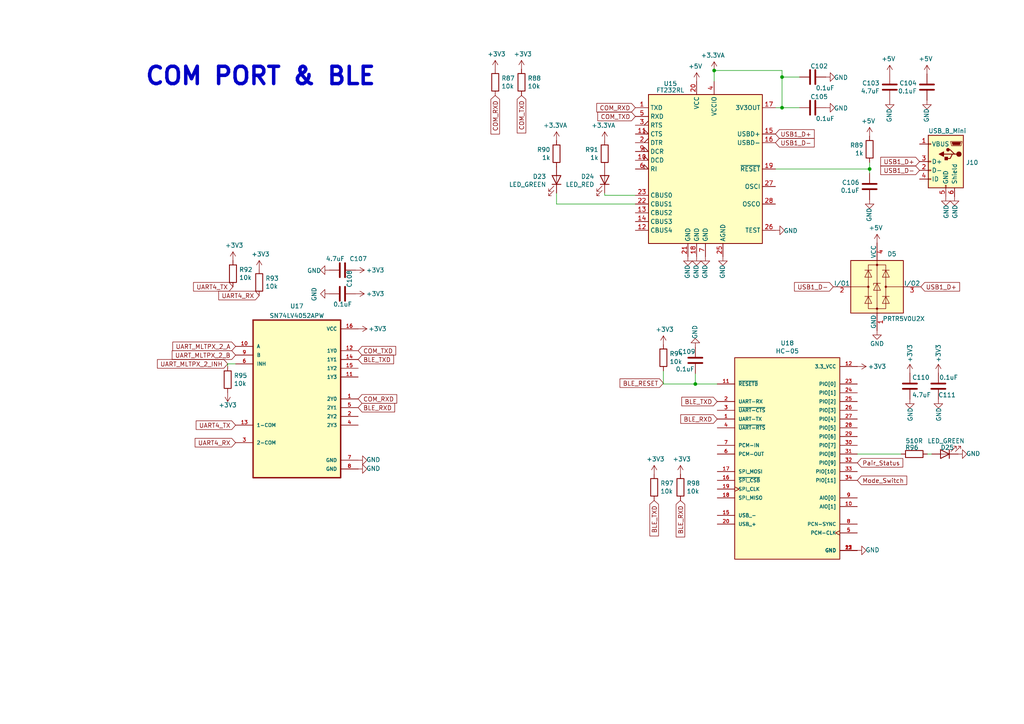
<source format=kicad_sch>
(kicad_sch (version 20211123) (generator eeschema)
  (paper "A4")
  (lib_symbols
    (symbol "Connector:USB_B_Mini" (pin_names (offset 1.016))
      (property "Reference" "J" (at -5.08 11.43 0))
      (property "Value" "USB_B_Mini" (at -5.08 8.89 0))
      (symbol "USB_B_Mini_0_1"
        (rectangle (start -5.08 -7.62) (end 5.08 7.62) (stroke (width 0.254)) (fill (type background)))
        (circle (center -3.81 2.159) (radius 0.635) (stroke (width 0.254)) (fill (type outline)))
        (circle (center -0.635 3.429) (radius 0.381) (stroke (width 0.254)) (fill (type outline)))
        (rectangle (start -0.127 -7.62) (end 0.127 -6.858))
        (polyline (pts (xy -1.905 2.159) (xy 0.635 2.159)) (stroke (width 0.254)))
        (polyline (pts (xy -3.175 2.159) (xy -2.54 2.159) (xy -1.27 3.429) (xy -0.635 3.429)) (stroke (width 0.254)))
        (polyline (pts (xy -2.54 2.159) (xy -1.905 2.159) (xy -1.27 0.889) (xy 0 0.889)) (stroke (width 0.254)))
        (polyline (pts (xy 0.635 2.794) (xy 0.635 1.524) (xy 1.905 2.159) (xy 0.635 2.794)) (stroke (width 0.254)) (fill (type outline)))
        (polyline (pts (xy -4.318 5.588) (xy -1.778 5.588) (xy -2.032 4.826) (xy -4.064 4.826) (xy -4.318 5.588)) (fill (type outline)))
        (polyline (pts (xy -4.699 5.842) (xy -4.699 5.588) (xy -4.445 4.826) (xy -4.445 4.572) (xy -1.651 4.572) (xy -1.651 4.826) (xy -1.397 5.588) (xy -1.397 5.842) (xy -4.699 5.842)))
        (rectangle (start 0.254 1.27) (end -0.508 0.508) (stroke (width 0.254)) (fill (type outline)))
        (rectangle (start 5.08 -5.207) (end 4.318 -4.953))
        (rectangle (start 5.08 -2.667) (end 4.318 -2.413))
        (rectangle (start 5.08 -0.127) (end 4.318 0.127))
        (rectangle (start 5.08 4.953) (end 4.318 5.207))
      )
      (symbol "USB_B_Mini_1_1"
        (pin power_out line (at 7.62 5.08 180) (length 2.54) (name "VBUS") (number "1"))
        (pin bidirectional line (at 7.62 -2.54 180) (length 2.54) (name "D-") (number "2"))
        (pin bidirectional line (at 7.62 0 180) (length 2.54) (name "D+") (number "3"))
        (pin passive line (at 7.62 -5.08 180) (length 2.54) (name "ID") (number "4"))
        (pin power_out line (at 0 -10.16 90) (length 2.54) (name "GND") (number "5"))
        (pin passive line (at -2.54 -10.16 90) (length 2.54) (name "Shield") (number "6"))
      )
    )
    (symbol "Device:C" (pin_numbers hide) (pin_names (offset 0.254))
      (property "Reference" "C" (at 0.635 2.54 0))
      (property "Value" "C" (at 0.635 -2.54 0))
      (symbol "C_0_1"
        (polyline (pts (xy -2.032 -0.762) (xy 2.032 -0.762)) (stroke (width 0.508)))
        (polyline (pts (xy -2.032 0.762) (xy 2.032 0.762)) (stroke (width 0.508)))
      )
      (symbol "C_1_1"
        (pin passive line (at 0 3.81 270) (length 2.794) (name "~") (number "1"))
        (pin passive line (at 0 -3.81 90) (length 2.794) (name "~") (number "2"))
      )
    )
    (symbol "Device:LED" (pin_numbers hide) (pin_names (offset 1.016) hide)
      (property "Reference" "D" (at 0 2.54 0))
      (property "Value" "LED" (at 0 -2.54 0))
      (symbol "LED_0_1"
        (polyline (pts (xy -1.27 -1.27) (xy -1.27 1.27)) (stroke (width 0.254)))
        (polyline (pts (xy -1.27 0) (xy 1.27 0)))
        (polyline (pts (xy 1.27 -1.27) (xy 1.27 1.27) (xy -1.27 0) (xy 1.27 -1.27)) (stroke (width 0.254)))
        (polyline (pts (xy -3.048 -0.762) (xy -4.572 -2.286) (xy -3.81 -2.286) (xy -4.572 -2.286) (xy -4.572 -1.524)))
        (polyline (pts (xy -1.778 -0.762) (xy -3.302 -2.286) (xy -2.54 -2.286) (xy -3.302 -2.286) (xy -3.302 -1.524)))
      )
      (symbol "LED_1_1"
        (pin passive line (at -3.81 0 0) (length 2.54) (name "K") (number "1"))
        (pin passive line (at 3.81 0 180) (length 2.54) (name "A") (number "2"))
      )
    )
    (symbol "Device:R" (pin_numbers hide) (pin_names (offset 0))
      (property "Reference" "R" (at 2.032 0 90))
      (property "Value" "R" (at 0 0 90))
      (symbol "R_0_1"
        (rectangle (start -1.016 -2.54) (end 1.016 2.54) (stroke (width 0.254)))
      )
      (symbol "R_1_1"
        (pin passive line (at 0 3.81 270) (length 1.27) (name "~") (number "1"))
        (pin passive line (at 0 -3.81 90) (length 1.27) (name "~") (number "2"))
      )
    )
    (symbol "Interface_USB:FT232RL"
      (property "Reference" "U" (at -16.51 22.86 0))
      (property "Value" "FT232RL" (at 10.16 22.86 0))
      (symbol "FT232RL_0_1"
        (rectangle (start -16.51 21.59) (end 16.51 -21.59) (stroke (width 0.254)) (fill (type background)))
      )
      (symbol "FT232RL_1_1"
        (pin output line (at 20.32 17.78 180) (length 3.81) (name "TXD") (number "1"))
        (pin input input_low (at 20.32 2.54 180) (length 3.81) (name "DCD") (number "10"))
        (pin input input_low (at 20.32 10.16 180) (length 3.81) (name "CTS") (number "11"))
        (pin bidirectional line (at 20.32 -17.78 180) (length 3.81) (name "CBUS4") (number "12"))
        (pin bidirectional line (at 20.32 -12.7 180) (length 3.81) (name "CBUS2") (number "13"))
        (pin bidirectional line (at 20.32 -15.24 180) (length 3.81) (name "CBUS3") (number "14"))
        (pin bidirectional line (at -20.32 10.16 0) (length 3.81) (name "USBD+") (number "15"))
        (pin bidirectional line (at -20.32 7.62 0) (length 3.81) (name "USBD-") (number "16"))
        (pin power_out line (at -20.32 17.78 0) (length 3.81) (name "3V3OUT") (number "17"))
        (pin power_in line (at 2.54 -25.4 90) (length 3.81) (name "GND") (number "18"))
        (pin input line (at -20.32 0 0) (length 3.81) (name "~{RESET}") (number "19"))
        (pin output output_low (at 20.32 7.62 180) (length 3.81) (name "DTR") (number "2"))
        (pin power_in line (at 2.54 25.4 270) (length 3.81) (name "VCC") (number "20"))
        (pin power_in line (at 5.08 -25.4 90) (length 3.81) (name "GND") (number "21"))
        (pin bidirectional line (at 20.32 -10.16 180) (length 3.81) (name "CBUS1") (number "22"))
        (pin bidirectional line (at 20.32 -7.62 180) (length 3.81) (name "CBUS0") (number "23"))
        (pin power_in line (at -5.08 -25.4 90) (length 3.81) (name "AGND") (number "25"))
        (pin input line (at -20.32 -17.78 0) (length 3.81) (name "TEST") (number "26"))
        (pin input line (at -20.32 -5.08 0) (length 3.81) (name "OSCI") (number "27"))
        (pin output line (at -20.32 -10.16 0) (length 3.81) (name "OSCO") (number "28"))
        (pin output output_low (at 20.32 12.7 180) (length 3.81) (name "RTS") (number "3"))
        (pin power_in line (at -2.54 25.4 270) (length 3.81) (name "VCCIO") (number "4"))
        (pin input line (at 20.32 15.24 180) (length 3.81) (name "RXD") (number "5"))
        (pin input input_low (at 20.32 0 180) (length 3.81) (name "RI") (number "6"))
        (pin power_in line (at 0 -25.4 90) (length 3.81) (name "GND") (number "7"))
        (pin input input_low (at 20.32 5.08 180) (length 3.81) (name "DCR") (number "9"))
      )
    )
    (symbol "Power_Protection:PRTR5V0U2X" (pin_names (offset 0))
      (property "Reference" "D" (at 2.794 8.636 0))
      (property "Value" "PRTR5V0U2X" (at 8.128 -9.398 0))
      (symbol "PRTR5V0U2X_0_1"
        (rectangle (start -7.62 -7.62) (end 7.62 7.62) (stroke (width 0.254)) (fill (type background)))
        (circle (center -2.54 0) (radius 0.254) (fill (type outline)))
        (rectangle (start -2.54 6.35) (end 2.54 -6.35))
        (circle (center 0 -6.35) (radius 0.254) (fill (type outline)))
        (polyline (pts (xy -2.54 0) (xy -7.62 0)))
        (polyline (pts (xy -1.524 -2.794) (xy -3.556 -2.794)))
        (polyline (pts (xy -1.524 4.826) (xy -3.556 4.826)))
        (polyline (pts (xy 0 -7.62) (xy 0 7.62)))
        (polyline (pts (xy 1.524 -2.794) (xy 3.556 -2.794)))
        (polyline (pts (xy 1.524 4.826) (xy 3.556 4.826)))
        (polyline (pts (xy 2.54 0) (xy 7.62 0)))
        (polyline (pts (xy 1.016 1.016) (xy -1.016 1.016) (xy -1.016 0.508)))
        (polyline (pts (xy -3.556 -4.826) (xy -1.524 -4.826) (xy -2.54 -2.794) (xy -3.556 -4.826)))
        (polyline (pts (xy -3.556 2.794) (xy -1.524 2.794) (xy -2.54 4.826) (xy -3.556 2.794)))
        (polyline (pts (xy -1.016 -1.016) (xy 1.016 -1.016) (xy 0 1.016) (xy -1.016 -1.016)))
        (polyline (pts (xy 3.556 -4.826) (xy 1.524 -4.826) (xy 2.54 -2.794) (xy 3.556 -4.826)))
        (polyline (pts (xy 3.556 2.794) (xy 1.524 2.794) (xy 2.54 4.826) (xy 3.556 2.794)))
        (circle (center 0 6.35) (radius 0.254) (fill (type outline)))
        (circle (center 2.54 0) (radius 0.254) (fill (type outline)))
      )
      (symbol "PRTR5V0U2X_1_1"
        (pin passive line (at 0 -12.7 90) (length 5.08) (name "GND") (number "1"))
        (pin passive line (at -12.7 0 0) (length 5.08) (name "I/O1") (number "2"))
        (pin passive line (at 12.7 0 180) (length 5.08) (name "I/O2") (number "3"))
        (pin passive line (at 0 12.7 270) (length 5.08) (name "VCC") (number "4"))
      )
    )
    (symbol "RF:HC-05" (pin_names (offset 1.016))
      (property "Reference" "U" (at -15.24 31.115 0))
      (property "Value" "RF_HC-05" (at -15.24 -30.48 0))
      (symbol "HC-05_0_0"
        (rectangle (start -15.24 -27.94) (end 15.24 30.48) (stroke (width 0.254)) (fill (type background)))
        (pin output line (at -20.32 12.7 0) (length 5.08) (name "UART-TX") (number "1"))
        (pin bidirectional line (at 20.32 -12.7 180) (length 5.08) (name "AIO[1]") (number "10"))
        (pin input line (at -20.32 22.86 0) (length 5.08) (name "~{RESETB}") (number "11"))
        (pin power_in line (at 20.32 27.94 180) (length 5.08) (name "3.3_VCC") (number "12"))
        (pin power_in line (at 20.32 -25.4 180) (length 5.08) (name "GND") (number "13"))
        (pin bidirectional line (at -20.32 -15.24 0) (length 5.08) (name "USB_-") (number "15"))
        (pin input line (at -20.32 -5.08 0) (length 5.08) (name "~{SPI_CSB}") (number "16"))
        (pin input line (at -20.32 -2.54 0) (length 5.08) (name "SPI_MOSI") (number "17"))
        (pin output line (at -20.32 -10.16 0) (length 5.08) (name "SPI_MISO") (number "18"))
        (pin input clock (at -20.32 -7.62 0) (length 5.08) (name "SPI_CLK") (number "19"))
        (pin input line (at -20.32 17.78 0) (length 5.08) (name "UART-RX") (number "2"))
        (pin bidirectional line (at -20.32 -17.78 0) (length 5.08) (name "USB_+") (number "20"))
        (pin power_in line (at 20.32 -25.4 180) (length 5.08) (name "GND") (number "21"))
        (pin power_in line (at 20.32 -25.4 180) (length 5.08) (name "GND") (number "22"))
        (pin bidirectional line (at 20.32 22.86 180) (length 5.08) (name "PIO[0]") (number "23"))
        (pin bidirectional line (at 20.32 20.32 180) (length 5.08) (name "PIO[1]") (number "24"))
        (pin bidirectional line (at 20.32 17.78 180) (length 5.08) (name "PIO[2]") (number "25"))
        (pin bidirectional line (at 20.32 15.24 180) (length 5.08) (name "PIO[3]") (number "26"))
        (pin bidirectional line (at 20.32 12.7 180) (length 5.08) (name "PIO[4]") (number "27"))
        (pin bidirectional line (at 20.32 10.16 180) (length 5.08) (name "PIO[5]") (number "28"))
        (pin bidirectional line (at 20.32 7.62 180) (length 5.08) (name "PIO[6]") (number "29"))
        (pin input line (at -20.32 15.24 0) (length 5.08) (name "~{UART-CTS}") (number "3"))
        (pin bidirectional line (at 20.32 5.08 180) (length 5.08) (name "PIO[7]") (number "30"))
        (pin bidirectional line (at 20.32 2.54 180) (length 5.08) (name "PIO[8]") (number "31"))
        (pin bidirectional line (at 20.32 0 180) (length 5.08) (name "PIO[9]") (number "32"))
        (pin bidirectional line (at 20.32 -2.54 180) (length 5.08) (name "PIO[10]") (number "33"))
        (pin bidirectional line (at 20.32 -5.08 180) (length 5.08) (name "PIO[11]") (number "34"))
        (pin output line (at -20.32 10.16 0) (length 5.08) (name "~{UART-RTS}") (number "4"))
        (pin bidirectional clock (at 20.32 -20.32 180) (length 5.08) (name "PCM-CLK") (number "5"))
        (pin output line (at -20.32 2.54 0) (length 5.08) (name "PCM-OUT") (number "6"))
        (pin input line (at -20.32 5.08 0) (length 5.08) (name "PCM-IN") (number "7"))
        (pin bidirectional line (at 20.32 -17.78 180) (length 5.08) (name "PCN-SYNC") (number "8"))
        (pin bidirectional line (at 20.32 -10.16 180) (length 5.08) (name "AIO[0]") (number "9"))
      )
    )
    (symbol "Symbols:SN74LV4052APW" (pin_names (offset 1.016))
      (property "Reference" "U" (at -12.7 23.8506 0))
      (property "Value" "SN74LV4052APW" (at -12.7 -26.8478 0))
      (symbol "SN74LV4052APW_0_0"
        (rectangle (start -12.7 -22.86) (end 12.7 22.86) (stroke (width 0.4064)) (fill (type background)))
        (pin output line (at 17.78 0 180) (length 5.08) (name "2Y0") (number "1"))
        (pin input line (at -17.78 15.24 0) (length 5.08) (name "A") (number "10"))
        (pin output line (at 17.78 6.35 180) (length 5.08) (name "1Y3") (number "11"))
        (pin output line (at 17.78 13.97 180) (length 5.08) (name "1Y0") (number "12"))
        (pin bidirectional line (at -17.78 -7.62 0) (length 5.08) (name "1-COM") (number "13"))
        (pin output line (at 17.78 11.43 180) (length 5.08) (name "1Y1") (number "14"))
        (pin output line (at 17.78 8.89 180) (length 5.08) (name "1Y2") (number "15"))
        (pin power_in line (at 17.78 20.32 180) (length 5.08) (name "VCC") (number "16"))
        (pin output line (at 17.78 -5.08 180) (length 5.08) (name "2Y2") (number "2"))
        (pin bidirectional line (at -17.78 -12.7 0) (length 5.08) (name "2-COM") (number "3"))
        (pin output line (at 17.78 -7.62 180) (length 5.08) (name "2Y3") (number "4"))
        (pin output line (at 17.78 -2.54 180) (length 5.08) (name "2Y1") (number "5"))
        (pin input line (at -17.78 10.16 0) (length 5.08) (name "INH") (number "6"))
        (pin power_in line (at 17.78 -17.78 180) (length 5.08) (name "GND") (number "7"))
        (pin power_in line (at 17.78 -20.32 180) (length 5.08) (name "GND") (number "8"))
        (pin input line (at -17.78 12.7 0) (length 5.08) (name "B") (number "9"))
      )
    )
    (symbol "power:+3.3V" (power) (pin_names (offset 0))
      (property "Value" "+3.3V" (at 0 3.556 0))
      (symbol "+3.3V_0_1"
        (polyline (pts (xy -0.762 1.27) (xy 0 2.54)))
        (polyline (pts (xy 0 0) (xy 0 2.54)))
        (polyline (pts (xy 0 2.54) (xy 0.762 1.27)))
      )
      (symbol "+3.3V_1_1"
        (pin power_in line (at 0 0 90) (length 0) hide (name "+3V3") (number "1"))
      )
    )
    (symbol "power:+3.3VA" (power) (pin_names (offset 0))
      (property "Value" "+3.3VA" (at 0 3.556 0))
      (symbol "+3.3VA_0_1"
        (polyline (pts (xy -0.762 1.27) (xy 0 2.54)))
        (polyline (pts (xy 0 0) (xy 0 2.54)))
        (polyline (pts (xy 0 2.54) (xy 0.762 1.27)))
      )
      (symbol "+3.3VA_1_1"
        (pin power_in line (at 0 0 90) (length 0) hide (name "+3.3VA") (number "1"))
      )
    )
    (symbol "power:+5V" (power) (pin_names (offset 0))
      (property "Value" "+5V" (at 0 3.556 0))
      (symbol "+5V_0_1"
        (polyline (pts (xy -0.762 1.27) (xy 0 2.54)))
        (polyline (pts (xy 0 0) (xy 0 2.54)))
        (polyline (pts (xy 0 2.54) (xy 0.762 1.27)))
      )
      (symbol "+5V_1_1"
        (pin power_in line (at 0 0 90) (length 0) hide (name "+5V") (number "1"))
      )
    )
    (symbol "power:GND" (power) (pin_names (offset 0))
      (property "Value" "GND" (at 0 -3.81 0))
      (symbol "GND_0_1"
        (polyline (pts (xy 0 0) (xy 0 -1.27) (xy 1.27 -1.27) (xy 0 -2.54) (xy -1.27 -1.27) (xy 0 -1.27)))
      )
      (symbol "GND_1_1"
        (pin power_in line (at 0 0 270) (length 0) hide (name "GND") (number "1"))
      )
    )
  )
  (junction (at 252.222 49.022))
  (junction (at 226.822 31.242))
  (junction (at 201.676 111.379))
  (junction (at 226.822 22.352))
  (junction (at 207.137 20.447))
  (wire (pts (xy 66.04 105.537) (xy 68.326 105.537)))
  (wire (pts (xy 184.277 56.642) (xy 175.387 56.642)))
  (wire (pts (xy 192.405 111.379) (xy 201.676 111.379)))
  (wire (pts (xy 226.822 20.447) (xy 226.822 22.352)))
  (wire (pts (xy 261.366 131.699) (xy 248.666 131.699)))
  (wire (pts (xy 201.676 108.331) (xy 201.676 111.379)))
  (wire (pts (xy 161.417 56.007) (xy 161.417 59.182)))
  (wire (pts (xy 270.256 131.699) (xy 268.986 131.699)))
  (wire (pts (xy 252.222 50.292) (xy 252.222 49.022)))
  (wire (pts (xy 224.917 49.022) (xy 252.222 49.022)))
  (wire (pts (xy 226.822 22.352) (xy 226.822 31.242)))
  (wire (pts (xy 226.822 31.242) (xy 231.902 31.242)))
  (wire (pts (xy 66.04 106.299) (xy 66.04 105.537)))
  (wire (pts (xy 207.137 23.622) (xy 207.137 20.447)))
  (wire (pts (xy 231.902 22.352) (xy 226.822 22.352)))
  (wire (pts (xy 184.277 59.182) (xy 161.417 59.182)))
  (wire (pts (xy 201.676 111.379) (xy 208.026 111.379)))
  (wire (pts (xy 207.137 20.447) (xy 226.822 20.447)))
  (wire (pts (xy 175.387 56.642) (xy 175.387 56.007)))
  (wire (pts (xy 224.917 31.242) (xy 226.822 31.242)))
  (wire (pts (xy 192.405 111.379) (xy 192.405 107.569)))
  (wire (pts (xy 252.222 49.022) (xy 252.222 47.117)))
  (text "COM PORT & BLE" (at 41.783 25.146 0) (effects (font (size 5.0038 5.0038) (thickness 1.0008) bold) (justify left bottom)))
  (global_label "COM_RXD" (shape input) (at 184.277 31.242 180) (property "Intersheet References" "${INTERSHEET_REFS}" (effects hide)))
  (global_label "UART4_TX" (shape input) (at 67.564 83.185 180) (property "Intersheet References" "${INTERSHEET_REFS}" (effects hide)))
  (global_label "BLE_RXD" (shape input) (at 208.026 121.539 180) (property "Intersheet References" "${INTERSHEET_REFS}" (effects hide)))
  (global_label "UART_MLTPX_2_INH" (shape input) (at 66.04 105.537 180) (property "Intersheet References" "${INTERSHEET_REFS}" (effects hide)))
  (global_label "BLE_TXD" (shape input) (at 103.886 104.267 0) (property "Intersheet References" "${INTERSHEET_REFS}" (effects hide)))
  (global_label "BLE_RXD" (shape input) (at 103.886 118.237 0) (property "Intersheet References" "${INTERSHEET_REFS}" (effects hide)))
  (global_label "UART_MLTPX_2_A" (shape input) (at 68.326 100.457 180) (property "Intersheet References" "${INTERSHEET_REFS}" (effects hide)))
  (global_label "BLE_RXD" (shape input) (at 197.358 145.161 270) (property "Intersheet References" "${INTERSHEET_REFS}" (effects hide)))
  (global_label "Mode_Switch" (shape input) (at 248.666 139.319 0) (property "Intersheet References" "${INTERSHEET_REFS}" (effects hide)))
  (global_label "COM_TXD" (shape input) (at 103.886 101.727 0) (property "Intersheet References" "${INTERSHEET_REFS}" (effects hide)))
  (global_label "UART4_TX" (shape input) (at 68.326 123.317 180) (property "Intersheet References" "${INTERSHEET_REFS}" (effects hide)))
  (global_label "BLE_TXD" (shape input) (at 208.026 116.459 180) (property "Intersheet References" "${INTERSHEET_REFS}" (effects hide)))
  (global_label "COM_TXD" (shape input) (at 184.277 33.782 180) (property "Intersheet References" "${INTERSHEET_REFS}" (effects hide)))
  (global_label "COM_RXD" (shape input) (at 143.637 27.686 270) (property "Intersheet References" "${INTERSHEET_REFS}" (effects hide)))
  (global_label "BLE_TXD" (shape input) (at 189.738 145.161 270) (property "Intersheet References" "${INTERSHEET_REFS}" (effects hide)))
  (global_label "COM_TXD" (shape input) (at 151.257 27.686 270) (property "Intersheet References" "${INTERSHEET_REFS}" (effects hide)))
  (global_label "Pair_Status" (shape input) (at 248.666 134.239 0) (property "Intersheet References" "${INTERSHEET_REFS}" (effects hide)))
  (global_label "USB1_D+" (shape input) (at 267.081 83.185 0) (property "Intersheet References" "${INTERSHEET_REFS}" (effects hide)))
  (global_label "UART_MLTPX_2_B" (shape input) (at 68.326 102.997 180) (property "Intersheet References" "${INTERSHEET_REFS}" (effects hide)))
  (global_label "USB1_D+" (shape input) (at 224.917 38.862 0) (property "Intersheet References" "${INTERSHEET_REFS}" (effects hide)))
  (global_label "UART4_RX" (shape input) (at 75.184 85.725 180) (property "Intersheet References" "${INTERSHEET_REFS}" (effects hide)))
  (global_label "COM_RXD" (shape input) (at 103.886 115.697 0) (property "Intersheet References" "${INTERSHEET_REFS}" (effects hide)))
  (global_label "USB1_D-" (shape input) (at 266.7 49.403 180) (property "Intersheet References" "${INTERSHEET_REFS}" (effects hide)))
  (global_label "BLE_RESET" (shape input) (at 192.405 111.125 180) (property "Intersheet References" "${INTERSHEET_REFS}" (effects hide)))
  (global_label "USB1_D-" (shape input) (at 224.917 41.402 0) (property "Intersheet References" "${INTERSHEET_REFS}" (effects hide)))
  (global_label "USB1_D+" (shape input) (at 266.7 46.863 180) (property "Intersheet References" "${INTERSHEET_REFS}" (effects hide)))
  (global_label "USB1_D-" (shape input) (at 241.681 83.185 180) (property "Intersheet References" "${INTERSHEET_REFS}" (effects hide)))
  (global_label "UART4_RX" (shape input) (at 68.326 128.397 180) (property "Intersheet References" "${INTERSHEET_REFS}" (effects hide)))
  (symbol (lib_id "Device:LED") (at 161.417 52.197 270) (mirror x) (unit 1)
    (property "Reference" "D23" (at 158.4198 51.2064 90) (effects (justify right)))
    (property "Value" "LED_GREEN" (at 158.4198 53.5178 90) (effects (justify right)))
    (property "Footprint" "LED_SMD:LED_0603_1608Metric" (effects hide))
  )
  (symbol (lib_id "Device:R") (at 67.564 79.375 0) (unit 1)
    (property "Reference" "R92" (at 69.342 78.2066 0) (effects (justify left)))
    (property "Value" "10k" (at 69.342 80.518 0) (effects (justify left)))
    (property "Footprint" "Resistor_SMD:R_0603_1608Metric" (effects hide))
  )
  (symbol (lib_id "power:GND") (at 248.666 159.639 90) (unit 1)
    (property "Reference" "#PWR0318" (effects hide))
    (property "Value" "GND" (at 253.0602 159.512 90))
  )
  (symbol (lib_id "power:+3.3V") (at 75.184 78.105 0) (unit 1)
    (property "Reference" "#PWR0298" (effects hide))
    (property "Value" "+3.3V" (at 75.565 73.7108 0))
  )
  (symbol (lib_id "Device:R") (at 66.04 110.109 180) (unit 1)
    (property "Reference" "R95" (at 67.818 108.9406 0) (effects (justify right)))
    (property "Value" "10k" (at 67.818 111.252 0) (effects (justify right)))
    (property "Footprint" "Resistor_SMD:R_0603_1608Metric" (effects hide))
  )
  (symbol (lib_id "Device:C") (at 263.906 112.014 0) (unit 1)
    (property "Reference" "C110" (at 264.541 109.474 0) (effects (justify left)))
    (property "Value" "4.7uF" (at 264.541 114.554 0) (effects (justify left)))
    (property "Footprint" "Capacitor_SMD:C_0805_2012Metric" (effects hide))
  )
  (symbol (lib_id "Device:LED") (at 274.066 131.699 180) (unit 1)
    (property "Reference" "D25" (at 272.796 129.794 0) (effects (justify right)))
    (property "Value" "LED_GREEN" (at 268.986 127.889 0) (effects (justify right)))
    (property "Footprint" "LED_SMD:LED_0603_1608Metric" (effects hide))
  )
  (symbol (lib_id "Device:R") (at 143.637 23.876 0) (unit 1)
    (property "Reference" "R87" (at 145.415 22.7076 0) (effects (justify left)))
    (property "Value" "10k" (at 145.415 25.019 0) (effects (justify left)))
    (property "Footprint" "Resistor_SMD:R_0603_1608Metric" (effects hide))
  )
  (symbol (lib_id "Device:R") (at 175.387 44.577 0) (mirror y) (unit 1)
    (property "Reference" "R91" (at 173.609 43.4086 0) (effects (justify left)))
    (property "Value" "1k" (at 173.609 45.72 0) (effects (justify left)))
    (property "Footprint" "Resistor_SMD:R_0603_1608Metric" (effects hide))
  )
  (symbol (lib_id "power:+3.3V") (at 189.738 137.541 0) (unit 1)
    (property "Reference" "#PWR0316" (effects hide))
    (property "Value" "+3.3V" (at 190.119 133.1468 0))
  )
  (symbol (lib_id "power:GND") (at 276.86 57.023 0) (unit 1)
    (property "Reference" "#PWR0290" (effects hide))
    (property "Value" "GND" (at 276.987 61.4172 90))
  )
  (symbol (lib_id "Device:C") (at 252.222 54.102 0) (mirror y) (unit 1)
    (property "Reference" "C106" (at 249.301 52.9336 0) (effects (justify left)))
    (property "Value" "0.1uF" (at 249.301 55.245 0) (effects (justify left)))
    (property "Footprint" "Capacitor_SMD:C_0603_1608Metric" (effects hide))
  )
  (symbol (lib_id "Device:C") (at 268.859 25.273 0) (mirror y) (unit 1)
    (property "Reference" "C104" (at 265.938 24.1046 0) (effects (justify left)))
    (property "Value" "0.1uF" (at 265.938 26.416 0) (effects (justify left)))
    (property "Footprint" "Capacitor_SMD:C_0603_1608Metric" (effects hide))
  )
  (symbol (lib_id "Device:C") (at 235.712 22.352 90) (mirror x) (unit 1)
    (property "Reference" "C102" (at 240.157 19.177 90) (effects (justify left)))
    (property "Value" "0.1uF" (at 242.062 25.527 90) (effects (justify left)))
    (property "Footprint" "Capacitor_SMD:C_0603_1608Metric" (effects hide))
  )
  (symbol (lib_id "power:GND") (at 254.381 95.885 0) (unit 1)
    (property "Reference" "#PWR0303" (effects hide))
    (property "Value" "GND" (at 254.381 99.695 0))
  )
  (symbol (lib_id "power:GND") (at 204.597 74.422 0) (mirror y) (unit 1)
    (property "Reference" "#PWR0295" (effects hide))
    (property "Value" "GND" (at 204.47 78.8162 90))
  )
  (symbol (lib_id "power:GND") (at 268.859 29.083 0) (mirror y) (unit 1)
    (property "Reference" "#PWR0284" (effects hide))
    (property "Value" "GND" (at 268.732 33.4772 90))
  )
  (symbol (lib_id "Connector:USB_B_Mini") (at 274.32 46.863 0) (mirror y) (unit 1)
    (property "Reference" "J10" (at 280.162 47.1424 0) (effects (justify right)))
    (property "Value" "USB_B_Mini" (at 269.24 37.973 0) (effects (justify right)))
    (property "Footprint" "Connector_USB:USB_Mini-B_Lumberg_2486_01_Horizontal" (effects hide))
  )
  (symbol (lib_id "Symbols:SN74LV4052APW") (at 86.106 115.697 0) (unit 1)
    (property "Reference" "U17" (at 86.106 88.7943 0))
    (property "Value" "SN74LV4052APW" (at 86.106 91.5694 0))
    (property "Footprint" "Package_SO:TSSOP-16_4.4x5mm_P0.65mm" (effects hide))
  )
  (symbol (lib_id "power:GND") (at 95.504 78.359 270) (unit 1)
    (property "Reference" "#PWR0299" (effects hide))
    (property "Value" "GND" (at 91.1098 78.486 90))
  )
  (symbol (lib_id "power:GND") (at 272.161 115.824 0) (unit 1)
    (property "Reference" "#PWR0312" (effects hide))
    (property "Value" "GND" (at 272.288 120.2182 90))
  )
  (symbol (lib_id "power:+5V") (at 252.222 39.497 0) (mirror y) (unit 1)
    (property "Reference" "#PWR0286" (effects hide))
    (property "Value" "+5V" (at 251.841 35.1028 0))
  )
  (symbol (lib_id "power:GND") (at 201.676 100.711 180) (unit 1)
    (property "Reference" "#PWR0306" (effects hide))
    (property "Value" "GND" (at 201.549 96.3168 90))
  )
  (symbol (lib_id "power:+3.3V") (at 192.405 99.949 0) (unit 1)
    (property "Reference" "#PWR0305" (effects hide))
    (property "Value" "+3.3V" (at 192.786 95.5548 0))
  )
  (symbol (lib_id "power:+3.3V") (at 66.04 113.919 180) (unit 1)
    (property "Reference" "#PWR0310" (effects hide))
    (property "Value" "+3.3V" (at 66.04 117.475 0))
  )
  (symbol (lib_id "power:+3.3V") (at 272.161 108.204 0) (unit 1)
    (property "Reference" "#PWR0309" (effects hide))
    (property "Value" "+3.3V" (at 272.161 102.489 90))
  )
  (symbol (lib_id "power:+3.3V") (at 151.257 20.066 0) (unit 1)
    (property "Reference" "#PWR0277" (effects hide))
    (property "Value" "+3.3V" (at 151.638 15.6718 0))
  )
  (symbol (lib_id "Device:R") (at 189.738 141.351 0) (unit 1)
    (property "Reference" "R97" (at 191.516 140.1826 0) (effects (justify left)))
    (property "Value" "10k" (at 191.516 142.494 0) (effects (justify left)))
    (property "Footprint" "Resistor_SMD:R_0603_1608Metric" (effects hide))
  )
  (symbol (lib_id "Device:R") (at 151.257 23.876 0) (unit 1)
    (property "Reference" "R88" (at 153.035 22.7076 0) (effects (justify left)))
    (property "Value" "10k" (at 153.035 25.019 0) (effects (justify left)))
    (property "Footprint" "Resistor_SMD:R_0603_1608Metric" (effects hide))
  )
  (symbol (lib_id "power:+5V") (at 254.381 70.485 0) (mirror y) (unit 1)
    (property "Reference" "#PWR07" (effects hide))
    (property "Value" "+5V" (at 254 66.0908 0))
  )
  (symbol (lib_id "power:GND") (at 258.064 29.083 0) (mirror y) (unit 1)
    (property "Reference" "#PWR0283" (effects hide))
    (property "Value" "GND" (at 257.937 33.4772 90))
  )
  (symbol (lib_id "Interface_USB:FT232RL") (at 204.597 49.022 0) (mirror y) (unit 1)
    (property "Reference" "U15" (at 194.437 24.257 0))
    (property "Value" "FT232RL" (at 194.437 26.162 0))
    (property "Footprint" "Package_SO:SSOP-28_5.3x10.2mm_P0.65mm" (effects hide))
    (property "Datasheet" "https://www.ftdichip.com/Support/Documents/DataSheets/ICs/DS_FT232R.pdf" (effects hide))
  )
  (symbol (lib_id "Device:R") (at 252.222 43.307 0) (mirror y) (unit 1)
    (property "Reference" "R89" (at 250.444 42.1386 0) (effects (justify left)))
    (property "Value" "1k" (at 250.444 44.45 0) (effects (justify left)))
    (property "Footprint" "Resistor_SMD:R_0603_1608Metric" (effects hide))
  )
  (symbol (lib_id "Device:C") (at 99.314 78.359 270) (unit 1)
    (property "Reference" "C107" (at 101.346 75.057 90) (effects (justify left)))
    (property "Value" "4.7uF" (at 94.488 75.057 90) (effects (justify left)))
    (property "Footprint" "Capacitor_SMD:C_0805_2012Metric" (effects hide))
  )
  (symbol (lib_id "power:+3.3VA") (at 161.417 40.767 0) (mirror y) (unit 1)
    (property "Reference" "#PWR0287" (effects hide))
    (property "Value" "+3.3VA" (at 161.036 36.3728 0))
  )
  (symbol (lib_id "power:+3.3VA") (at 207.137 20.447 0) (mirror y) (unit 1)
    (property "Reference" "#PWR0278" (effects hide))
    (property "Value" "+3.3VA" (at 206.756 16.0528 0))
  )
  (symbol (lib_id "Device:C") (at 235.712 31.242 90) (mirror x) (unit 1)
    (property "Reference" "C105" (at 240.157 28.067 90) (effects (justify left)))
    (property "Value" "0.1uF" (at 242.062 34.417 90) (effects (justify left)))
    (property "Footprint" "Capacitor_SMD:C_0603_1608Metric" (effects hide))
  )
  (symbol (lib_id "Device:R") (at 192.405 103.759 0) (unit 1)
    (property "Reference" "R94" (at 194.183 102.5906 0) (effects (justify left)))
    (property "Value" "10k" (at 194.183 104.902 0) (effects (justify left)))
    (property "Footprint" "Resistor_SMD:R_0603_1608Metric" (effects hide))
  )
  (symbol (lib_id "power:GND") (at 202.057 74.422 0) (mirror y) (unit 1)
    (property "Reference" "#PWR0294" (effects hide))
    (property "Value" "GND" (at 201.93 78.8162 90))
  )
  (symbol (lib_id "power:GND") (at 263.906 115.824 0) (unit 1)
    (property "Reference" "#PWR0311" (effects hide))
    (property "Value" "GND" (at 264.033 120.2182 90))
  )
  (symbol (lib_id "power:GND") (at 95.504 85.217 270) (unit 1)
    (property "Reference" "#PWR0301" (effects hide))
    (property "Value" "GND" (at 91.1098 85.344 0))
  )
  (symbol (lib_id "power:GND") (at 103.886 133.477 90) (unit 1)
    (property "Reference" "#PWR0314" (effects hide))
    (property "Value" "GND" (at 108.2802 133.35 90))
  )
  (symbol (lib_id "power:+3.3V") (at 263.906 108.204 0) (unit 1)
    (property "Reference" "#PWR0308" (effects hide))
    (property "Value" "+3.3V" (at 263.906 102.489 90))
  )
  (symbol (lib_id "power:GND") (at 224.917 66.802 90) (mirror x) (unit 1)
    (property "Reference" "#PWR0292" (effects hide))
    (property "Value" "GND" (at 229.3112 66.929 90))
  )
  (symbol (lib_id "power:+3.3V") (at 103.124 78.359 270) (unit 1)
    (property "Reference" "#PWR0300" (effects hide))
    (property "Value" "+3.3V" (at 108.839 78.359 90))
  )
  (symbol (lib_id "power:GND") (at 209.677 74.422 0) (mirror y) (unit 1)
    (property "Reference" "#PWR0296" (effects hide))
    (property "Value" "GND" (at 209.55 78.8162 90))
  )
  (symbol (lib_id "power:+3.3V") (at 67.564 75.565 0) (unit 1)
    (property "Reference" "#PWR0297" (effects hide))
    (property "Value" "+3.3V" (at 67.945 71.1708 0))
  )
  (symbol (lib_id "power:+3.3V") (at 248.666 106.299 270) (unit 1)
    (property "Reference" "#PWR0307" (effects hide))
    (property "Value" "+3.3V" (at 254.381 106.299 90))
  )
  (symbol (lib_id "power:GND") (at 277.876 131.699 90) (unit 1)
    (property "Reference" "#PWR0313" (effects hide))
    (property "Value" "GND" (at 282.2702 131.572 90))
  )
  (symbol (lib_id "power:+3.3VA") (at 175.387 40.767 0) (mirror y) (unit 1)
    (property "Reference" "#PWR0288" (effects hide))
    (property "Value" "+3.3VA" (at 175.006 36.3728 0))
  )
  (symbol (lib_id "power:+3.3V") (at 197.358 137.541 0) (unit 1)
    (property "Reference" "#PWR0317" (effects hide))
    (property "Value" "+3.3V" (at 197.739 133.1468 0))
  )
  (symbol (lib_id "power:+5V") (at 202.057 23.622 0) (mirror y) (unit 1)
    (property "Reference" "#PWR0282" (effects hide))
    (property "Value" "+5V" (at 201.676 19.2278 0))
  )
  (symbol (lib_id "power:+3.3V") (at 143.637 20.066 0) (unit 1)
    (property "Reference" "#PWR0276" (effects hide))
    (property "Value" "+3.3V" (at 144.018 15.6718 0))
  )
  (symbol (lib_id "Power_Protection:PRTR5V0U2X") (at 254.381 83.185 0) (unit 1)
    (property "Reference" "D5" (at 258.699 73.66 0))
    (property "Value" "PRTR5V0U2X" (at 262.128 92.456 0))
    (property "Footprint" "Package_TO_SOT_SMD:SOT-143" (effects hide))
    (property "Datasheet" "https://assets.nexperia.com/documents/data-sheet/PRTR5V0U2X.pdf" (effects hide))
  )
  (symbol (lib_id "Device:C") (at 258.064 25.273 0) (mirror y) (unit 1)
    (property "Reference" "C103" (at 255.143 24.1046 0) (effects (justify left)))
    (property "Value" "4.7uF" (at 255.143 26.416 0) (effects (justify left)))
    (property "Footprint" "Capacitor_SMD:C_0805_2012Metric" (effects hide))
  )
  (symbol (lib_id "Device:C") (at 272.161 112.014 180) (unit 1)
    (property "Reference" "C111" (at 277.241 114.554 0) (effects (justify left)))
    (property "Value" "0.1uF" (at 277.876 109.474 0) (effects (justify left)))
    (property "Footprint" "Capacitor_SMD:C_0603_1608Metric" (effects hide))
  )
  (symbol (lib_id "power:GND") (at 103.886 136.017 90) (unit 1)
    (property "Reference" "#PWR0315" (effects hide))
    (property "Value" "GND" (at 108.2802 135.89 90))
  )
  (symbol (lib_id "Device:R") (at 161.417 44.577 0) (mirror y) (unit 1)
    (property "Reference" "R90" (at 159.639 43.4086 0) (effects (justify left)))
    (property "Value" "1k" (at 159.639 45.72 0) (effects (justify left)))
    (property "Footprint" "Resistor_SMD:R_0603_1608Metric" (effects hide))
  )
  (symbol (lib_id "power:+3.3V") (at 103.124 85.217 270) (unit 1)
    (property "Reference" "#PWR0302" (effects hide))
    (property "Value" "+3.3V" (at 108.839 85.217 90))
  )
  (symbol (lib_id "power:+3.3V") (at 103.886 95.377 270) (unit 1)
    (property "Reference" "#PWR0304" (effects hide))
    (property "Value" "+3.3V" (at 109.474 95.377 90))
  )
  (symbol (lib_id "Device:R") (at 265.176 131.699 270) (unit 1)
    (property "Reference" "R96" (at 266.446 129.794 90) (effects (justify right)))
    (property "Value" "510R" (at 267.716 127.889 90) (effects (justify right)))
    (property "Footprint" "Resistor_SMD:R_0603_1608Metric" (effects hide))
  )
  (symbol (lib_id "power:+5V") (at 268.859 21.463 0) (mirror y) (unit 1)
    (property "Reference" "#PWR0280" (effects hide))
    (property "Value" "+5V" (at 268.478 17.0688 0))
  )
  (symbol (lib_id "power:GND") (at 239.522 22.352 90) (mirror x) (unit 1)
    (property "Reference" "#PWR0281" (effects hide))
    (property "Value" "GND" (at 243.9162 22.479 90))
  )
  (symbol (lib_id "Device:R") (at 197.358 141.351 0) (unit 1)
    (property "Reference" "R98" (at 199.136 140.1826 0) (effects (justify left)))
    (property "Value" "10k" (at 199.136 142.494 0) (effects (justify left)))
    (property "Footprint" "Resistor_SMD:R_0603_1608Metric" (effects hide))
  )
  (symbol (lib_id "Device:LED") (at 175.387 52.197 270) (mirror x) (unit 1)
    (property "Reference" "D24" (at 172.3898 51.2064 90) (effects (justify right)))
    (property "Value" "LED_RED" (at 172.3898 53.5178 90) (effects (justify right)))
    (property "Footprint" "LED_SMD:LED_0603_1608Metric" (effects hide))
  )
  (symbol (lib_id "power:+5V") (at 258.064 21.463 0) (mirror y) (unit 1)
    (property "Reference" "#PWR0279" (effects hide))
    (property "Value" "+5V" (at 257.683 17.0688 0))
  )
  (symbol (lib_id "power:GND") (at 199.517 74.422 0) (mirror y) (unit 1)
    (property "Reference" "#PWR0293" (effects hide))
    (property "Value" "GND" (at 199.39 78.8162 90))
  )
  (symbol (lib_id "power:GND") (at 252.222 57.912 0) (mirror y) (unit 1)
    (property "Reference" "#PWR0291" (effects hide))
    (property "Value" "GND" (at 252.095 62.3062 90))
  )
  (symbol (lib_id "Device:C") (at 201.676 104.521 0) (unit 1)
    (property "Reference" "C109" (at 196.596 101.981 0) (effects (justify left)))
    (property "Value" "0.1uF" (at 195.961 107.061 0) (effects (justify left)))
    (property "Footprint" "Capacitor_SMD:C_0603_1608Metric" (effects hide))
  )
  (symbol (lib_id "Device:C") (at 99.314 85.217 90) (unit 1)
    (property "Reference" "C108" (at 101.346 83.439 0) (effects (justify left)))
    (property "Value" "0.1uF" (at 102.108 88.265 90) (effects (justify left)))
    (property "Footprint" "Capacitor_SMD:C_0603_1608Metric" (effects hide))
  )
  (symbol (lib_id "power:GND") (at 274.32 57.023 0) (unit 1)
    (property "Reference" "#PWR0289" (effects hide))
    (property "Value" "GND" (at 274.447 61.4172 90))
  )
  (symbol (lib_id "RF:HC-05") (at 228.346 134.239 0) (unit 1)
    (property "Reference" "U18" (at 228.346 99.5172 0))
    (property "Value" "HC-05" (at 228.346 101.8286 0))
    (property "Footprint" "Footprint:HC-05" (effects hide))
  )
  (symbol (lib_id "power:GND") (at 239.522 31.242 90) (mirror x) (unit 1)
    (property "Reference" "#PWR0285" (effects hide))
    (property "Value" "GND" (at 243.9162 31.369 90))
  )
  (symbol (lib_id "Device:R") (at 75.184 81.915 0) (unit 1)
    (property "Reference" "R93" (at 76.962 80.7466 0) (effects (justify left)))
    (property "Value" "10k" (at 76.962 83.058 0) (effects (justify left)))
    (property "Footprint" "Resistor_SMD:R_0603_1608Metric" (effects hide))
  )
)
</source>
